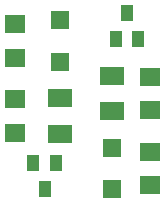
<source format=gbr>
G04 EAGLE Gerber X2 export*
%TF.Part,Single*%
%TF.FileFunction,Paste,Top*%
%TF.FilePolarity,Positive*%
%TF.GenerationSoftware,Autodesk,EAGLE,9.0.1*%
%TF.CreationDate,2018-06-14T23:25:34Z*%
G75*
%MOMM*%
%FSLAX34Y34*%
%LPD*%
%AMOC8*
5,1,8,0,0,1.08239X$1,22.5*%
G01*
%ADD10R,2.000000X1.500000*%
%ADD11R,1.500000X1.500000*%
%ADD12R,1.803000X1.600000*%
%ADD13R,1.000000X1.400000*%


D10*
X679450Y562850D03*
X679450Y592850D03*
X635000Y543800D03*
X635000Y573800D03*
D11*
X635000Y604800D03*
X635000Y639800D03*
X679450Y531850D03*
X679450Y496850D03*
D12*
X596900Y544580D03*
X596900Y573020D03*
X711200Y592070D03*
X711200Y563630D03*
X596900Y636520D03*
X596900Y608080D03*
X711200Y500130D03*
X711200Y528570D03*
D13*
X622300Y497000D03*
X612800Y519000D03*
X631800Y519000D03*
X692150Y646000D03*
X701650Y624000D03*
X682650Y624000D03*
M02*

</source>
